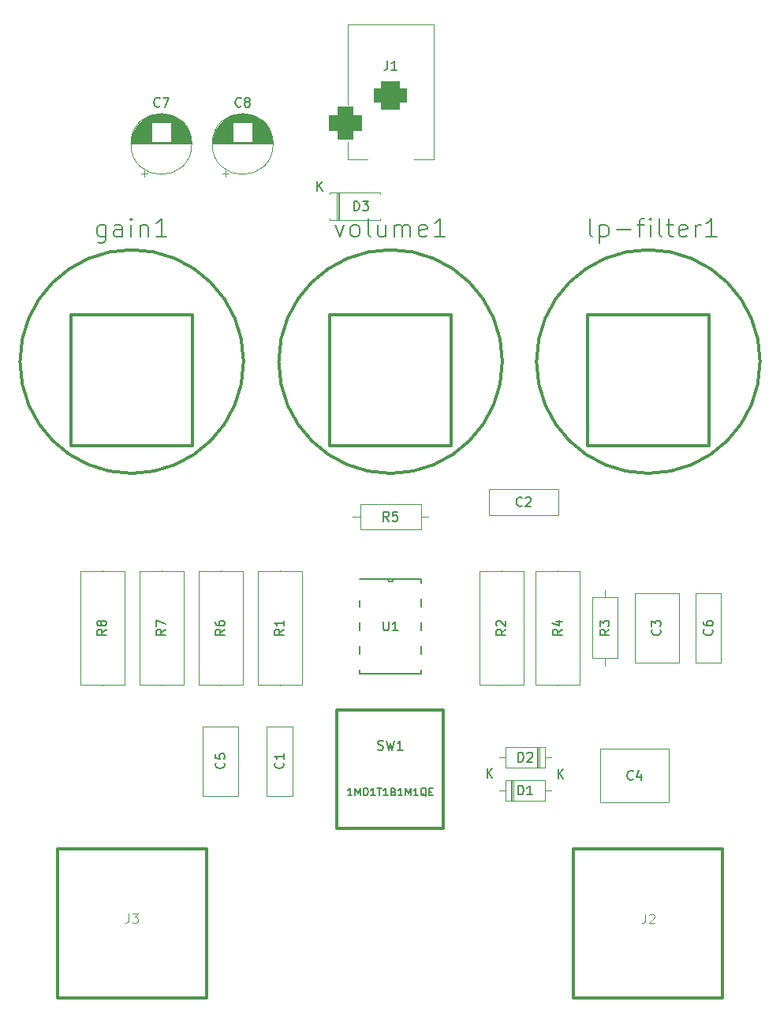
<source format=gto>
G04 #@! TF.GenerationSoftware,KiCad,Pcbnew,8.0.6*
G04 #@! TF.CreationDate,2024-11-08T07:03:01-05:00*
G04 #@! TF.ProjectId,distpedal,64697374-7065-4646-916c-2e6b69636164,rev?*
G04 #@! TF.SameCoordinates,Original*
G04 #@! TF.FileFunction,Legend,Top*
G04 #@! TF.FilePolarity,Positive*
%FSLAX46Y46*%
G04 Gerber Fmt 4.6, Leading zero omitted, Abs format (unit mm)*
G04 Created by KiCad (PCBNEW 8.0.6) date 2024-11-08 07:03:01*
%MOMM*%
%LPD*%
G01*
G04 APERTURE LIST*
G04 Aperture macros list*
%AMRoundRect*
0 Rectangle with rounded corners*
0 $1 Rounding radius*
0 $2 $3 $4 $5 $6 $7 $8 $9 X,Y pos of 4 corners*
0 Add a 4 corners polygon primitive as box body*
4,1,4,$2,$3,$4,$5,$6,$7,$8,$9,$2,$3,0*
0 Add four circle primitives for the rounded corners*
1,1,$1+$1,$2,$3*
1,1,$1+$1,$4,$5*
1,1,$1+$1,$6,$7*
1,1,$1+$1,$8,$9*
0 Add four rect primitives between the rounded corners*
20,1,$1+$1,$2,$3,$4,$5,0*
20,1,$1+$1,$4,$5,$6,$7,0*
20,1,$1+$1,$6,$7,$8,$9,0*
20,1,$1+$1,$8,$9,$2,$3,0*%
%AMHorizOval*
0 Thick line with rounded ends*
0 $1 width*
0 $2 $3 position (X,Y) of the first rounded end (center of the circle)*
0 $4 $5 position (X,Y) of the second rounded end (center of the circle)*
0 Add line between two ends*
20,1,$1,$2,$3,$4,$5,0*
0 Add two circle primitives to create the rounded ends*
1,1,$1,$2,$3*
1,1,$1,$4,$5*%
G04 Aperture macros list end*
%ADD10C,0.200000*%
%ADD11C,0.150000*%
%ADD12C,0.100000*%
%ADD13C,0.300000*%
%ADD14C,0.120000*%
%ADD15C,0.152400*%
%ADD16R,2.500000X1.900000*%
%ADD17C,1.700000*%
%ADD18C,1.600000*%
%ADD19O,2.400000X2.400000*%
%ADD20C,2.400000*%
%ADD21O,1.600000X1.600000*%
%ADD22O,3.600000X2.200000*%
%ADD23R,3.600000X2.200000*%
%ADD24O,2.000000X3.500000*%
%ADD25O,3.500000X2.000000*%
%ADD26HorizOval,2.000000X0.530330X0.530330X-0.530330X-0.530330X0*%
%ADD27C,1.371600*%
%ADD28R,1.371600X1.371600*%
%ADD29O,2.200000X2.200000*%
%ADD30R,2.200000X2.200000*%
%ADD31R,1.600000X1.600000*%
%ADD32RoundRect,0.875000X-0.875000X0.875000X-0.875000X-0.875000X0.875000X-0.875000X0.875000X0.875000X0*%
%ADD33RoundRect,0.750000X-1.000000X0.750000X-1.000000X-0.750000X1.000000X-0.750000X1.000000X0.750000X0*%
%ADD34R,4.000000X4.000000*%
G04 APERTURE END LIST*
D10*
X73390476Y-64669004D02*
X73390476Y-66288052D01*
X73390476Y-66288052D02*
X73295238Y-66478528D01*
X73295238Y-66478528D02*
X73200000Y-66573766D01*
X73200000Y-66573766D02*
X73009523Y-66669004D01*
X73009523Y-66669004D02*
X72723809Y-66669004D01*
X72723809Y-66669004D02*
X72533333Y-66573766D01*
X73390476Y-65907100D02*
X73200000Y-66002338D01*
X73200000Y-66002338D02*
X72819047Y-66002338D01*
X72819047Y-66002338D02*
X72628571Y-65907100D01*
X72628571Y-65907100D02*
X72533333Y-65811861D01*
X72533333Y-65811861D02*
X72438095Y-65621385D01*
X72438095Y-65621385D02*
X72438095Y-65049957D01*
X72438095Y-65049957D02*
X72533333Y-64859480D01*
X72533333Y-64859480D02*
X72628571Y-64764242D01*
X72628571Y-64764242D02*
X72819047Y-64669004D01*
X72819047Y-64669004D02*
X73200000Y-64669004D01*
X73200000Y-64669004D02*
X73390476Y-64764242D01*
X75200000Y-66002338D02*
X75200000Y-64954719D01*
X75200000Y-64954719D02*
X75104762Y-64764242D01*
X75104762Y-64764242D02*
X74914286Y-64669004D01*
X74914286Y-64669004D02*
X74533333Y-64669004D01*
X74533333Y-64669004D02*
X74342857Y-64764242D01*
X75200000Y-65907100D02*
X75009524Y-66002338D01*
X75009524Y-66002338D02*
X74533333Y-66002338D01*
X74533333Y-66002338D02*
X74342857Y-65907100D01*
X74342857Y-65907100D02*
X74247619Y-65716623D01*
X74247619Y-65716623D02*
X74247619Y-65526147D01*
X74247619Y-65526147D02*
X74342857Y-65335671D01*
X74342857Y-65335671D02*
X74533333Y-65240433D01*
X74533333Y-65240433D02*
X75009524Y-65240433D01*
X75009524Y-65240433D02*
X75200000Y-65145195D01*
X76152381Y-66002338D02*
X76152381Y-64669004D01*
X76152381Y-64002338D02*
X76057143Y-64097576D01*
X76057143Y-64097576D02*
X76152381Y-64192814D01*
X76152381Y-64192814D02*
X76247619Y-64097576D01*
X76247619Y-64097576D02*
X76152381Y-64002338D01*
X76152381Y-64002338D02*
X76152381Y-64192814D01*
X77104762Y-64669004D02*
X77104762Y-66002338D01*
X77104762Y-64859480D02*
X77200000Y-64764242D01*
X77200000Y-64764242D02*
X77390476Y-64669004D01*
X77390476Y-64669004D02*
X77676191Y-64669004D01*
X77676191Y-64669004D02*
X77866667Y-64764242D01*
X77866667Y-64764242D02*
X77961905Y-64954719D01*
X77961905Y-64954719D02*
X77961905Y-66002338D01*
X79961905Y-66002338D02*
X78819048Y-66002338D01*
X79390476Y-66002338D02*
X79390476Y-64002338D01*
X79390476Y-64002338D02*
X79200000Y-64288052D01*
X79200000Y-64288052D02*
X79009524Y-64478528D01*
X79009524Y-64478528D02*
X78819048Y-64573766D01*
D11*
X86084580Y-122404166D02*
X86132200Y-122451785D01*
X86132200Y-122451785D02*
X86179819Y-122594642D01*
X86179819Y-122594642D02*
X86179819Y-122689880D01*
X86179819Y-122689880D02*
X86132200Y-122832737D01*
X86132200Y-122832737D02*
X86036961Y-122927975D01*
X86036961Y-122927975D02*
X85941723Y-122975594D01*
X85941723Y-122975594D02*
X85751247Y-123023213D01*
X85751247Y-123023213D02*
X85608390Y-123023213D01*
X85608390Y-123023213D02*
X85417914Y-122975594D01*
X85417914Y-122975594D02*
X85322676Y-122927975D01*
X85322676Y-122927975D02*
X85227438Y-122832737D01*
X85227438Y-122832737D02*
X85179819Y-122689880D01*
X85179819Y-122689880D02*
X85179819Y-122594642D01*
X85179819Y-122594642D02*
X85227438Y-122451785D01*
X85227438Y-122451785D02*
X85275057Y-122404166D01*
X85179819Y-121499404D02*
X85179819Y-121975594D01*
X85179819Y-121975594D02*
X85656009Y-122023213D01*
X85656009Y-122023213D02*
X85608390Y-121975594D01*
X85608390Y-121975594D02*
X85560771Y-121880356D01*
X85560771Y-121880356D02*
X85560771Y-121642261D01*
X85560771Y-121642261D02*
X85608390Y-121547023D01*
X85608390Y-121547023D02*
X85656009Y-121499404D01*
X85656009Y-121499404D02*
X85751247Y-121451785D01*
X85751247Y-121451785D02*
X85989342Y-121451785D01*
X85989342Y-121451785D02*
X86084580Y-121499404D01*
X86084580Y-121499404D02*
X86132200Y-121547023D01*
X86132200Y-121547023D02*
X86179819Y-121642261D01*
X86179819Y-121642261D02*
X86179819Y-121880356D01*
X86179819Y-121880356D02*
X86132200Y-121975594D01*
X86132200Y-121975594D02*
X86084580Y-122023213D01*
X92529819Y-108116666D02*
X92053628Y-108449999D01*
X92529819Y-108688094D02*
X91529819Y-108688094D01*
X91529819Y-108688094D02*
X91529819Y-108307142D01*
X91529819Y-108307142D02*
X91577438Y-108211904D01*
X91577438Y-108211904D02*
X91625057Y-108164285D01*
X91625057Y-108164285D02*
X91720295Y-108116666D01*
X91720295Y-108116666D02*
X91863152Y-108116666D01*
X91863152Y-108116666D02*
X91958390Y-108164285D01*
X91958390Y-108164285D02*
X92006009Y-108211904D01*
X92006009Y-108211904D02*
X92053628Y-108307142D01*
X92053628Y-108307142D02*
X92053628Y-108688094D01*
X92529819Y-107164285D02*
X92529819Y-107735713D01*
X92529819Y-107449999D02*
X91529819Y-107449999D01*
X91529819Y-107449999D02*
X91672676Y-107545237D01*
X91672676Y-107545237D02*
X91767914Y-107640475D01*
X91767914Y-107640475D02*
X91815533Y-107735713D01*
X127454819Y-108116666D02*
X126978628Y-108449999D01*
X127454819Y-108688094D02*
X126454819Y-108688094D01*
X126454819Y-108688094D02*
X126454819Y-108307142D01*
X126454819Y-108307142D02*
X126502438Y-108211904D01*
X126502438Y-108211904D02*
X126550057Y-108164285D01*
X126550057Y-108164285D02*
X126645295Y-108116666D01*
X126645295Y-108116666D02*
X126788152Y-108116666D01*
X126788152Y-108116666D02*
X126883390Y-108164285D01*
X126883390Y-108164285D02*
X126931009Y-108211904D01*
X126931009Y-108211904D02*
X126978628Y-108307142D01*
X126978628Y-108307142D02*
X126978628Y-108688094D01*
X126454819Y-107783332D02*
X126454819Y-107164285D01*
X126454819Y-107164285D02*
X126835771Y-107497618D01*
X126835771Y-107497618D02*
X126835771Y-107354761D01*
X126835771Y-107354761D02*
X126883390Y-107259523D01*
X126883390Y-107259523D02*
X126931009Y-107211904D01*
X126931009Y-107211904D02*
X127026247Y-107164285D01*
X127026247Y-107164285D02*
X127264342Y-107164285D01*
X127264342Y-107164285D02*
X127359580Y-107211904D01*
X127359580Y-107211904D02*
X127407200Y-107259523D01*
X127407200Y-107259523D02*
X127454819Y-107354761D01*
X127454819Y-107354761D02*
X127454819Y-107640475D01*
X127454819Y-107640475D02*
X127407200Y-107735713D01*
X127407200Y-107735713D02*
X127359580Y-107783332D01*
X102614167Y-121000950D02*
X102757024Y-121048569D01*
X102757024Y-121048569D02*
X102995119Y-121048569D01*
X102995119Y-121048569D02*
X103090357Y-121000950D01*
X103090357Y-121000950D02*
X103137976Y-120953330D01*
X103137976Y-120953330D02*
X103185595Y-120858092D01*
X103185595Y-120858092D02*
X103185595Y-120762854D01*
X103185595Y-120762854D02*
X103137976Y-120667616D01*
X103137976Y-120667616D02*
X103090357Y-120619997D01*
X103090357Y-120619997D02*
X102995119Y-120572378D01*
X102995119Y-120572378D02*
X102804643Y-120524759D01*
X102804643Y-120524759D02*
X102709405Y-120477140D01*
X102709405Y-120477140D02*
X102661786Y-120429521D01*
X102661786Y-120429521D02*
X102614167Y-120334283D01*
X102614167Y-120334283D02*
X102614167Y-120239045D01*
X102614167Y-120239045D02*
X102661786Y-120143807D01*
X102661786Y-120143807D02*
X102709405Y-120096188D01*
X102709405Y-120096188D02*
X102804643Y-120048569D01*
X102804643Y-120048569D02*
X103042738Y-120048569D01*
X103042738Y-120048569D02*
X103185595Y-120096188D01*
X103518929Y-120048569D02*
X103757024Y-121048569D01*
X103757024Y-121048569D02*
X103947500Y-120334283D01*
X103947500Y-120334283D02*
X104137976Y-121048569D01*
X104137976Y-121048569D02*
X104376072Y-120048569D01*
X105280833Y-121048569D02*
X104709405Y-121048569D01*
X104995119Y-121048569D02*
X104995119Y-120048569D01*
X104995119Y-120048569D02*
X104899881Y-120191426D01*
X104899881Y-120191426D02*
X104804643Y-120286664D01*
X104804643Y-120286664D02*
X104709405Y-120334283D01*
X99852260Y-125956045D02*
X99395117Y-125956045D01*
X99623689Y-125956045D02*
X99623689Y-125156045D01*
X99623689Y-125156045D02*
X99547498Y-125270330D01*
X99547498Y-125270330D02*
X99471308Y-125346521D01*
X99471308Y-125346521D02*
X99395117Y-125384616D01*
X100195118Y-125956045D02*
X100195118Y-125156045D01*
X100195118Y-125156045D02*
X100461784Y-125727473D01*
X100461784Y-125727473D02*
X100728451Y-125156045D01*
X100728451Y-125156045D02*
X100728451Y-125956045D01*
X101109404Y-125956045D02*
X101109404Y-125156045D01*
X101109404Y-125156045D02*
X101299880Y-125156045D01*
X101299880Y-125156045D02*
X101414166Y-125194140D01*
X101414166Y-125194140D02*
X101490356Y-125270330D01*
X101490356Y-125270330D02*
X101528451Y-125346521D01*
X101528451Y-125346521D02*
X101566547Y-125498902D01*
X101566547Y-125498902D02*
X101566547Y-125613188D01*
X101566547Y-125613188D02*
X101528451Y-125765569D01*
X101528451Y-125765569D02*
X101490356Y-125841759D01*
X101490356Y-125841759D02*
X101414166Y-125917950D01*
X101414166Y-125917950D02*
X101299880Y-125956045D01*
X101299880Y-125956045D02*
X101109404Y-125956045D01*
X102328451Y-125956045D02*
X101871308Y-125956045D01*
X102099880Y-125956045D02*
X102099880Y-125156045D01*
X102099880Y-125156045D02*
X102023689Y-125270330D01*
X102023689Y-125270330D02*
X101947499Y-125346521D01*
X101947499Y-125346521D02*
X101871308Y-125384616D01*
X102557023Y-125156045D02*
X103014166Y-125156045D01*
X102785594Y-125956045D02*
X102785594Y-125156045D01*
X103699880Y-125956045D02*
X103242737Y-125956045D01*
X103471309Y-125956045D02*
X103471309Y-125156045D01*
X103471309Y-125156045D02*
X103395118Y-125270330D01*
X103395118Y-125270330D02*
X103318928Y-125346521D01*
X103318928Y-125346521D02*
X103242737Y-125384616D01*
X104309404Y-125536997D02*
X104423690Y-125575092D01*
X104423690Y-125575092D02*
X104461785Y-125613188D01*
X104461785Y-125613188D02*
X104499881Y-125689378D01*
X104499881Y-125689378D02*
X104499881Y-125803664D01*
X104499881Y-125803664D02*
X104461785Y-125879854D01*
X104461785Y-125879854D02*
X104423690Y-125917950D01*
X104423690Y-125917950D02*
X104347500Y-125956045D01*
X104347500Y-125956045D02*
X104042738Y-125956045D01*
X104042738Y-125956045D02*
X104042738Y-125156045D01*
X104042738Y-125156045D02*
X104309404Y-125156045D01*
X104309404Y-125156045D02*
X104385595Y-125194140D01*
X104385595Y-125194140D02*
X104423690Y-125232235D01*
X104423690Y-125232235D02*
X104461785Y-125308426D01*
X104461785Y-125308426D02*
X104461785Y-125384616D01*
X104461785Y-125384616D02*
X104423690Y-125460807D01*
X104423690Y-125460807D02*
X104385595Y-125498902D01*
X104385595Y-125498902D02*
X104309404Y-125536997D01*
X104309404Y-125536997D02*
X104042738Y-125536997D01*
X105261785Y-125956045D02*
X104804642Y-125956045D01*
X105033214Y-125956045D02*
X105033214Y-125156045D01*
X105033214Y-125156045D02*
X104957023Y-125270330D01*
X104957023Y-125270330D02*
X104880833Y-125346521D01*
X104880833Y-125346521D02*
X104804642Y-125384616D01*
X105604643Y-125956045D02*
X105604643Y-125156045D01*
X105604643Y-125156045D02*
X105871309Y-125727473D01*
X105871309Y-125727473D02*
X106137976Y-125156045D01*
X106137976Y-125156045D02*
X106137976Y-125956045D01*
X106937976Y-125956045D02*
X106480833Y-125956045D01*
X106709405Y-125956045D02*
X106709405Y-125156045D01*
X106709405Y-125156045D02*
X106633214Y-125270330D01*
X106633214Y-125270330D02*
X106557024Y-125346521D01*
X106557024Y-125346521D02*
X106480833Y-125384616D01*
X107814167Y-126032235D02*
X107737977Y-125994140D01*
X107737977Y-125994140D02*
X107661786Y-125917950D01*
X107661786Y-125917950D02*
X107547500Y-125803664D01*
X107547500Y-125803664D02*
X107471310Y-125765569D01*
X107471310Y-125765569D02*
X107395119Y-125765569D01*
X107433215Y-125956045D02*
X107357024Y-125917950D01*
X107357024Y-125917950D02*
X107280834Y-125841759D01*
X107280834Y-125841759D02*
X107242738Y-125689378D01*
X107242738Y-125689378D02*
X107242738Y-125422711D01*
X107242738Y-125422711D02*
X107280834Y-125270330D01*
X107280834Y-125270330D02*
X107357024Y-125194140D01*
X107357024Y-125194140D02*
X107433215Y-125156045D01*
X107433215Y-125156045D02*
X107585596Y-125156045D01*
X107585596Y-125156045D02*
X107661786Y-125194140D01*
X107661786Y-125194140D02*
X107737977Y-125270330D01*
X107737977Y-125270330D02*
X107776072Y-125422711D01*
X107776072Y-125422711D02*
X107776072Y-125689378D01*
X107776072Y-125689378D02*
X107737977Y-125841759D01*
X107737977Y-125841759D02*
X107661786Y-125917950D01*
X107661786Y-125917950D02*
X107585596Y-125956045D01*
X107585596Y-125956045D02*
X107433215Y-125956045D01*
X108118929Y-125536997D02*
X108385595Y-125536997D01*
X108499881Y-125956045D02*
X108118929Y-125956045D01*
X108118929Y-125956045D02*
X108118929Y-125156045D01*
X108118929Y-125156045D02*
X108499881Y-125156045D01*
D12*
X75866666Y-138607419D02*
X75866666Y-139321704D01*
X75866666Y-139321704D02*
X75819047Y-139464561D01*
X75819047Y-139464561D02*
X75723809Y-139559800D01*
X75723809Y-139559800D02*
X75580952Y-139607419D01*
X75580952Y-139607419D02*
X75485714Y-139607419D01*
X76247619Y-138607419D02*
X76866666Y-138607419D01*
X76866666Y-138607419D02*
X76533333Y-138988371D01*
X76533333Y-138988371D02*
X76676190Y-138988371D01*
X76676190Y-138988371D02*
X76771428Y-139035990D01*
X76771428Y-139035990D02*
X76819047Y-139083609D01*
X76819047Y-139083609D02*
X76866666Y-139178847D01*
X76866666Y-139178847D02*
X76866666Y-139416942D01*
X76866666Y-139416942D02*
X76819047Y-139512180D01*
X76819047Y-139512180D02*
X76771428Y-139559800D01*
X76771428Y-139559800D02*
X76676190Y-139607419D01*
X76676190Y-139607419D02*
X76390476Y-139607419D01*
X76390476Y-139607419D02*
X76295238Y-139559800D01*
X76295238Y-139559800D02*
X76247619Y-139512180D01*
D11*
X116342319Y-108116666D02*
X115866128Y-108449999D01*
X116342319Y-108688094D02*
X115342319Y-108688094D01*
X115342319Y-108688094D02*
X115342319Y-108307142D01*
X115342319Y-108307142D02*
X115389938Y-108211904D01*
X115389938Y-108211904D02*
X115437557Y-108164285D01*
X115437557Y-108164285D02*
X115532795Y-108116666D01*
X115532795Y-108116666D02*
X115675652Y-108116666D01*
X115675652Y-108116666D02*
X115770890Y-108164285D01*
X115770890Y-108164285D02*
X115818509Y-108211904D01*
X115818509Y-108211904D02*
X115866128Y-108307142D01*
X115866128Y-108307142D02*
X115866128Y-108688094D01*
X115437557Y-107735713D02*
X115389938Y-107688094D01*
X115389938Y-107688094D02*
X115342319Y-107592856D01*
X115342319Y-107592856D02*
X115342319Y-107354761D01*
X115342319Y-107354761D02*
X115389938Y-107259523D01*
X115389938Y-107259523D02*
X115437557Y-107211904D01*
X115437557Y-107211904D02*
X115532795Y-107164285D01*
X115532795Y-107164285D02*
X115628033Y-107164285D01*
X115628033Y-107164285D02*
X115770890Y-107211904D01*
X115770890Y-107211904D02*
X116342319Y-107783332D01*
X116342319Y-107783332D02*
X116342319Y-107164285D01*
X130008333Y-124184580D02*
X129960714Y-124232200D01*
X129960714Y-124232200D02*
X129817857Y-124279819D01*
X129817857Y-124279819D02*
X129722619Y-124279819D01*
X129722619Y-124279819D02*
X129579762Y-124232200D01*
X129579762Y-124232200D02*
X129484524Y-124136961D01*
X129484524Y-124136961D02*
X129436905Y-124041723D01*
X129436905Y-124041723D02*
X129389286Y-123851247D01*
X129389286Y-123851247D02*
X129389286Y-123708390D01*
X129389286Y-123708390D02*
X129436905Y-123517914D01*
X129436905Y-123517914D02*
X129484524Y-123422676D01*
X129484524Y-123422676D02*
X129579762Y-123327438D01*
X129579762Y-123327438D02*
X129722619Y-123279819D01*
X129722619Y-123279819D02*
X129817857Y-123279819D01*
X129817857Y-123279819D02*
X129960714Y-123327438D01*
X129960714Y-123327438D02*
X130008333Y-123375057D01*
X130865476Y-123613152D02*
X130865476Y-124279819D01*
X130627381Y-123232200D02*
X130389286Y-123946485D01*
X130389286Y-123946485D02*
X131008333Y-123946485D01*
D10*
X125673809Y-66002338D02*
X125483333Y-65907100D01*
X125483333Y-65907100D02*
X125388095Y-65716623D01*
X125388095Y-65716623D02*
X125388095Y-64002338D01*
X126435714Y-64669004D02*
X126435714Y-66669004D01*
X126435714Y-64764242D02*
X126626190Y-64669004D01*
X126626190Y-64669004D02*
X127007143Y-64669004D01*
X127007143Y-64669004D02*
X127197619Y-64764242D01*
X127197619Y-64764242D02*
X127292857Y-64859480D01*
X127292857Y-64859480D02*
X127388095Y-65049957D01*
X127388095Y-65049957D02*
X127388095Y-65621385D01*
X127388095Y-65621385D02*
X127292857Y-65811861D01*
X127292857Y-65811861D02*
X127197619Y-65907100D01*
X127197619Y-65907100D02*
X127007143Y-66002338D01*
X127007143Y-66002338D02*
X126626190Y-66002338D01*
X126626190Y-66002338D02*
X126435714Y-65907100D01*
X128245238Y-65240433D02*
X129769048Y-65240433D01*
X130435714Y-64669004D02*
X131197618Y-64669004D01*
X130721428Y-66002338D02*
X130721428Y-64288052D01*
X130721428Y-64288052D02*
X130816666Y-64097576D01*
X130816666Y-64097576D02*
X131007142Y-64002338D01*
X131007142Y-64002338D02*
X131197618Y-64002338D01*
X131864285Y-66002338D02*
X131864285Y-64669004D01*
X131864285Y-64002338D02*
X131769047Y-64097576D01*
X131769047Y-64097576D02*
X131864285Y-64192814D01*
X131864285Y-64192814D02*
X131959523Y-64097576D01*
X131959523Y-64097576D02*
X131864285Y-64002338D01*
X131864285Y-64002338D02*
X131864285Y-64192814D01*
X133102380Y-66002338D02*
X132911904Y-65907100D01*
X132911904Y-65907100D02*
X132816666Y-65716623D01*
X132816666Y-65716623D02*
X132816666Y-64002338D01*
X133578571Y-64669004D02*
X134340475Y-64669004D01*
X133864285Y-64002338D02*
X133864285Y-65716623D01*
X133864285Y-65716623D02*
X133959523Y-65907100D01*
X133959523Y-65907100D02*
X134149999Y-66002338D01*
X134149999Y-66002338D02*
X134340475Y-66002338D01*
X135769047Y-65907100D02*
X135578571Y-66002338D01*
X135578571Y-66002338D02*
X135197618Y-66002338D01*
X135197618Y-66002338D02*
X135007142Y-65907100D01*
X135007142Y-65907100D02*
X134911904Y-65716623D01*
X134911904Y-65716623D02*
X134911904Y-64954719D01*
X134911904Y-64954719D02*
X135007142Y-64764242D01*
X135007142Y-64764242D02*
X135197618Y-64669004D01*
X135197618Y-64669004D02*
X135578571Y-64669004D01*
X135578571Y-64669004D02*
X135769047Y-64764242D01*
X135769047Y-64764242D02*
X135864285Y-64954719D01*
X135864285Y-64954719D02*
X135864285Y-65145195D01*
X135864285Y-65145195D02*
X134911904Y-65335671D01*
X136721428Y-66002338D02*
X136721428Y-64669004D01*
X136721428Y-65049957D02*
X136816666Y-64859480D01*
X136816666Y-64859480D02*
X136911904Y-64764242D01*
X136911904Y-64764242D02*
X137102380Y-64669004D01*
X137102380Y-64669004D02*
X137292857Y-64669004D01*
X139007142Y-66002338D02*
X137864285Y-66002338D01*
X138435713Y-66002338D02*
X138435713Y-64002338D01*
X138435713Y-64002338D02*
X138245237Y-64288052D01*
X138245237Y-64288052D02*
X138054761Y-64478528D01*
X138054761Y-64478528D02*
X137864285Y-64573766D01*
D11*
X86179819Y-108116666D02*
X85703628Y-108449999D01*
X86179819Y-108688094D02*
X85179819Y-108688094D01*
X85179819Y-108688094D02*
X85179819Y-108307142D01*
X85179819Y-108307142D02*
X85227438Y-108211904D01*
X85227438Y-108211904D02*
X85275057Y-108164285D01*
X85275057Y-108164285D02*
X85370295Y-108116666D01*
X85370295Y-108116666D02*
X85513152Y-108116666D01*
X85513152Y-108116666D02*
X85608390Y-108164285D01*
X85608390Y-108164285D02*
X85656009Y-108211904D01*
X85656009Y-108211904D02*
X85703628Y-108307142D01*
X85703628Y-108307142D02*
X85703628Y-108688094D01*
X85179819Y-107259523D02*
X85179819Y-107449999D01*
X85179819Y-107449999D02*
X85227438Y-107545237D01*
X85227438Y-107545237D02*
X85275057Y-107592856D01*
X85275057Y-107592856D02*
X85417914Y-107688094D01*
X85417914Y-107688094D02*
X85608390Y-107735713D01*
X85608390Y-107735713D02*
X85989342Y-107735713D01*
X85989342Y-107735713D02*
X86084580Y-107688094D01*
X86084580Y-107688094D02*
X86132200Y-107640475D01*
X86132200Y-107640475D02*
X86179819Y-107545237D01*
X86179819Y-107545237D02*
X86179819Y-107354761D01*
X86179819Y-107354761D02*
X86132200Y-107259523D01*
X86132200Y-107259523D02*
X86084580Y-107211904D01*
X86084580Y-107211904D02*
X85989342Y-107164285D01*
X85989342Y-107164285D02*
X85751247Y-107164285D01*
X85751247Y-107164285D02*
X85656009Y-107211904D01*
X85656009Y-107211904D02*
X85608390Y-107259523D01*
X85608390Y-107259523D02*
X85560771Y-107354761D01*
X85560771Y-107354761D02*
X85560771Y-107545237D01*
X85560771Y-107545237D02*
X85608390Y-107640475D01*
X85608390Y-107640475D02*
X85656009Y-107688094D01*
X85656009Y-107688094D02*
X85751247Y-107735713D01*
X103814583Y-96498569D02*
X103481250Y-96022378D01*
X103243155Y-96498569D02*
X103243155Y-95498569D01*
X103243155Y-95498569D02*
X103624107Y-95498569D01*
X103624107Y-95498569D02*
X103719345Y-95546188D01*
X103719345Y-95546188D02*
X103766964Y-95593807D01*
X103766964Y-95593807D02*
X103814583Y-95689045D01*
X103814583Y-95689045D02*
X103814583Y-95831902D01*
X103814583Y-95831902D02*
X103766964Y-95927140D01*
X103766964Y-95927140D02*
X103719345Y-95974759D01*
X103719345Y-95974759D02*
X103624107Y-96022378D01*
X103624107Y-96022378D02*
X103243155Y-96022378D01*
X104719345Y-95498569D02*
X104243155Y-95498569D01*
X104243155Y-95498569D02*
X104195536Y-95974759D01*
X104195536Y-95974759D02*
X104243155Y-95927140D01*
X104243155Y-95927140D02*
X104338393Y-95879521D01*
X104338393Y-95879521D02*
X104576488Y-95879521D01*
X104576488Y-95879521D02*
X104671726Y-95927140D01*
X104671726Y-95927140D02*
X104719345Y-95974759D01*
X104719345Y-95974759D02*
X104766964Y-96069997D01*
X104766964Y-96069997D02*
X104766964Y-96308092D01*
X104766964Y-96308092D02*
X104719345Y-96403330D01*
X104719345Y-96403330D02*
X104671726Y-96450950D01*
X104671726Y-96450950D02*
X104576488Y-96498569D01*
X104576488Y-96498569D02*
X104338393Y-96498569D01*
X104338393Y-96498569D02*
X104243155Y-96450950D01*
X104243155Y-96450950D02*
X104195536Y-96403330D01*
X118102083Y-94815830D02*
X118054464Y-94863450D01*
X118054464Y-94863450D02*
X117911607Y-94911069D01*
X117911607Y-94911069D02*
X117816369Y-94911069D01*
X117816369Y-94911069D02*
X117673512Y-94863450D01*
X117673512Y-94863450D02*
X117578274Y-94768211D01*
X117578274Y-94768211D02*
X117530655Y-94672973D01*
X117530655Y-94672973D02*
X117483036Y-94482497D01*
X117483036Y-94482497D02*
X117483036Y-94339640D01*
X117483036Y-94339640D02*
X117530655Y-94149164D01*
X117530655Y-94149164D02*
X117578274Y-94053926D01*
X117578274Y-94053926D02*
X117673512Y-93958688D01*
X117673512Y-93958688D02*
X117816369Y-93911069D01*
X117816369Y-93911069D02*
X117911607Y-93911069D01*
X117911607Y-93911069D02*
X118054464Y-93958688D01*
X118054464Y-93958688D02*
X118102083Y-94006307D01*
X118483036Y-94006307D02*
X118530655Y-93958688D01*
X118530655Y-93958688D02*
X118625893Y-93911069D01*
X118625893Y-93911069D02*
X118863988Y-93911069D01*
X118863988Y-93911069D02*
X118959226Y-93958688D01*
X118959226Y-93958688D02*
X119006845Y-94006307D01*
X119006845Y-94006307D02*
X119054464Y-94101545D01*
X119054464Y-94101545D02*
X119054464Y-94196783D01*
X119054464Y-94196783D02*
X119006845Y-94339640D01*
X119006845Y-94339640D02*
X118435417Y-94911069D01*
X118435417Y-94911069D02*
X119054464Y-94911069D01*
X103219345Y-107246069D02*
X103219345Y-108055592D01*
X103219345Y-108055592D02*
X103266964Y-108150830D01*
X103266964Y-108150830D02*
X103314583Y-108198450D01*
X103314583Y-108198450D02*
X103409821Y-108246069D01*
X103409821Y-108246069D02*
X103600297Y-108246069D01*
X103600297Y-108246069D02*
X103695535Y-108198450D01*
X103695535Y-108198450D02*
X103743154Y-108150830D01*
X103743154Y-108150830D02*
X103790773Y-108055592D01*
X103790773Y-108055592D02*
X103790773Y-107246069D01*
X104790773Y-108246069D02*
X104219345Y-108246069D01*
X104505059Y-108246069D02*
X104505059Y-107246069D01*
X104505059Y-107246069D02*
X104409821Y-107388926D01*
X104409821Y-107388926D02*
X104314583Y-107484164D01*
X104314583Y-107484164D02*
X104219345Y-107531783D01*
D12*
X131316666Y-138657419D02*
X131316666Y-139371704D01*
X131316666Y-139371704D02*
X131269047Y-139514561D01*
X131269047Y-139514561D02*
X131173809Y-139609800D01*
X131173809Y-139609800D02*
X131030952Y-139657419D01*
X131030952Y-139657419D02*
X130935714Y-139657419D01*
X131745238Y-138752657D02*
X131792857Y-138705038D01*
X131792857Y-138705038D02*
X131888095Y-138657419D01*
X131888095Y-138657419D02*
X132126190Y-138657419D01*
X132126190Y-138657419D02*
X132221428Y-138705038D01*
X132221428Y-138705038D02*
X132269047Y-138752657D01*
X132269047Y-138752657D02*
X132316666Y-138847895D01*
X132316666Y-138847895D02*
X132316666Y-138943133D01*
X132316666Y-138943133D02*
X132269047Y-139085990D01*
X132269047Y-139085990D02*
X131697619Y-139657419D01*
X131697619Y-139657419D02*
X132316666Y-139657419D01*
D11*
X92434580Y-122404166D02*
X92482200Y-122451785D01*
X92482200Y-122451785D02*
X92529819Y-122594642D01*
X92529819Y-122594642D02*
X92529819Y-122689880D01*
X92529819Y-122689880D02*
X92482200Y-122832737D01*
X92482200Y-122832737D02*
X92386961Y-122927975D01*
X92386961Y-122927975D02*
X92291723Y-122975594D01*
X92291723Y-122975594D02*
X92101247Y-123023213D01*
X92101247Y-123023213D02*
X91958390Y-123023213D01*
X91958390Y-123023213D02*
X91767914Y-122975594D01*
X91767914Y-122975594D02*
X91672676Y-122927975D01*
X91672676Y-122927975D02*
X91577438Y-122832737D01*
X91577438Y-122832737D02*
X91529819Y-122689880D01*
X91529819Y-122689880D02*
X91529819Y-122594642D01*
X91529819Y-122594642D02*
X91577438Y-122451785D01*
X91577438Y-122451785D02*
X91625057Y-122404166D01*
X92529819Y-121451785D02*
X92529819Y-122023213D01*
X92529819Y-121737499D02*
X91529819Y-121737499D01*
X91529819Y-121737499D02*
X91672676Y-121832737D01*
X91672676Y-121832737D02*
X91767914Y-121927975D01*
X91767914Y-121927975D02*
X91815533Y-122023213D01*
X100068155Y-63161069D02*
X100068155Y-62161069D01*
X100068155Y-62161069D02*
X100306250Y-62161069D01*
X100306250Y-62161069D02*
X100449107Y-62208688D01*
X100449107Y-62208688D02*
X100544345Y-62303926D01*
X100544345Y-62303926D02*
X100591964Y-62399164D01*
X100591964Y-62399164D02*
X100639583Y-62589640D01*
X100639583Y-62589640D02*
X100639583Y-62732497D01*
X100639583Y-62732497D02*
X100591964Y-62922973D01*
X100591964Y-62922973D02*
X100544345Y-63018211D01*
X100544345Y-63018211D02*
X100449107Y-63113450D01*
X100449107Y-63113450D02*
X100306250Y-63161069D01*
X100306250Y-63161069D02*
X100068155Y-63161069D01*
X100972917Y-62161069D02*
X101591964Y-62161069D01*
X101591964Y-62161069D02*
X101258631Y-62542021D01*
X101258631Y-62542021D02*
X101401488Y-62542021D01*
X101401488Y-62542021D02*
X101496726Y-62589640D01*
X101496726Y-62589640D02*
X101544345Y-62637259D01*
X101544345Y-62637259D02*
X101591964Y-62732497D01*
X101591964Y-62732497D02*
X101591964Y-62970592D01*
X101591964Y-62970592D02*
X101544345Y-63065830D01*
X101544345Y-63065830D02*
X101496726Y-63113450D01*
X101496726Y-63113450D02*
X101401488Y-63161069D01*
X101401488Y-63161069D02*
X101115774Y-63161069D01*
X101115774Y-63161069D02*
X101020536Y-63113450D01*
X101020536Y-63113450D02*
X100972917Y-63065830D01*
X96099345Y-61061069D02*
X96099345Y-60061069D01*
X96670773Y-61061069D02*
X96242202Y-60489640D01*
X96670773Y-60061069D02*
X96099345Y-60632497D01*
X132915830Y-108116666D02*
X132963450Y-108164285D01*
X132963450Y-108164285D02*
X133011069Y-108307142D01*
X133011069Y-108307142D02*
X133011069Y-108402380D01*
X133011069Y-108402380D02*
X132963450Y-108545237D01*
X132963450Y-108545237D02*
X132868211Y-108640475D01*
X132868211Y-108640475D02*
X132772973Y-108688094D01*
X132772973Y-108688094D02*
X132582497Y-108735713D01*
X132582497Y-108735713D02*
X132439640Y-108735713D01*
X132439640Y-108735713D02*
X132249164Y-108688094D01*
X132249164Y-108688094D02*
X132153926Y-108640475D01*
X132153926Y-108640475D02*
X132058688Y-108545237D01*
X132058688Y-108545237D02*
X132011069Y-108402380D01*
X132011069Y-108402380D02*
X132011069Y-108307142D01*
X132011069Y-108307142D02*
X132058688Y-108164285D01*
X132058688Y-108164285D02*
X132106307Y-108116666D01*
X132011069Y-107783332D02*
X132011069Y-107164285D01*
X132011069Y-107164285D02*
X132392021Y-107497618D01*
X132392021Y-107497618D02*
X132392021Y-107354761D01*
X132392021Y-107354761D02*
X132439640Y-107259523D01*
X132439640Y-107259523D02*
X132487259Y-107211904D01*
X132487259Y-107211904D02*
X132582497Y-107164285D01*
X132582497Y-107164285D02*
X132820592Y-107164285D01*
X132820592Y-107164285D02*
X132915830Y-107211904D01*
X132915830Y-107211904D02*
X132963450Y-107259523D01*
X132963450Y-107259523D02*
X133011069Y-107354761D01*
X133011069Y-107354761D02*
X133011069Y-107640475D01*
X133011069Y-107640475D02*
X132963450Y-107735713D01*
X132963450Y-107735713D02*
X132915830Y-107783332D01*
X87939583Y-51953330D02*
X87891964Y-52000950D01*
X87891964Y-52000950D02*
X87749107Y-52048569D01*
X87749107Y-52048569D02*
X87653869Y-52048569D01*
X87653869Y-52048569D02*
X87511012Y-52000950D01*
X87511012Y-52000950D02*
X87415774Y-51905711D01*
X87415774Y-51905711D02*
X87368155Y-51810473D01*
X87368155Y-51810473D02*
X87320536Y-51619997D01*
X87320536Y-51619997D02*
X87320536Y-51477140D01*
X87320536Y-51477140D02*
X87368155Y-51286664D01*
X87368155Y-51286664D02*
X87415774Y-51191426D01*
X87415774Y-51191426D02*
X87511012Y-51096188D01*
X87511012Y-51096188D02*
X87653869Y-51048569D01*
X87653869Y-51048569D02*
X87749107Y-51048569D01*
X87749107Y-51048569D02*
X87891964Y-51096188D01*
X87891964Y-51096188D02*
X87939583Y-51143807D01*
X88511012Y-51477140D02*
X88415774Y-51429521D01*
X88415774Y-51429521D02*
X88368155Y-51381902D01*
X88368155Y-51381902D02*
X88320536Y-51286664D01*
X88320536Y-51286664D02*
X88320536Y-51239045D01*
X88320536Y-51239045D02*
X88368155Y-51143807D01*
X88368155Y-51143807D02*
X88415774Y-51096188D01*
X88415774Y-51096188D02*
X88511012Y-51048569D01*
X88511012Y-51048569D02*
X88701488Y-51048569D01*
X88701488Y-51048569D02*
X88796726Y-51096188D01*
X88796726Y-51096188D02*
X88844345Y-51143807D01*
X88844345Y-51143807D02*
X88891964Y-51239045D01*
X88891964Y-51239045D02*
X88891964Y-51286664D01*
X88891964Y-51286664D02*
X88844345Y-51381902D01*
X88844345Y-51381902D02*
X88796726Y-51429521D01*
X88796726Y-51429521D02*
X88701488Y-51477140D01*
X88701488Y-51477140D02*
X88511012Y-51477140D01*
X88511012Y-51477140D02*
X88415774Y-51524759D01*
X88415774Y-51524759D02*
X88368155Y-51572378D01*
X88368155Y-51572378D02*
X88320536Y-51667616D01*
X88320536Y-51667616D02*
X88320536Y-51858092D01*
X88320536Y-51858092D02*
X88368155Y-51953330D01*
X88368155Y-51953330D02*
X88415774Y-52000950D01*
X88415774Y-52000950D02*
X88511012Y-52048569D01*
X88511012Y-52048569D02*
X88701488Y-52048569D01*
X88701488Y-52048569D02*
X88796726Y-52000950D01*
X88796726Y-52000950D02*
X88844345Y-51953330D01*
X88844345Y-51953330D02*
X88891964Y-51858092D01*
X88891964Y-51858092D02*
X88891964Y-51667616D01*
X88891964Y-51667616D02*
X88844345Y-51572378D01*
X88844345Y-51572378D02*
X88796726Y-51524759D01*
X88796726Y-51524759D02*
X88701488Y-51477140D01*
X117689405Y-122317319D02*
X117689405Y-121317319D01*
X117689405Y-121317319D02*
X117927500Y-121317319D01*
X117927500Y-121317319D02*
X118070357Y-121364938D01*
X118070357Y-121364938D02*
X118165595Y-121460176D01*
X118165595Y-121460176D02*
X118213214Y-121555414D01*
X118213214Y-121555414D02*
X118260833Y-121745890D01*
X118260833Y-121745890D02*
X118260833Y-121888747D01*
X118260833Y-121888747D02*
X118213214Y-122079223D01*
X118213214Y-122079223D02*
X118165595Y-122174461D01*
X118165595Y-122174461D02*
X118070357Y-122269700D01*
X118070357Y-122269700D02*
X117927500Y-122317319D01*
X117927500Y-122317319D02*
X117689405Y-122317319D01*
X118641786Y-121412557D02*
X118689405Y-121364938D01*
X118689405Y-121364938D02*
X118784643Y-121317319D01*
X118784643Y-121317319D02*
X119022738Y-121317319D01*
X119022738Y-121317319D02*
X119117976Y-121364938D01*
X119117976Y-121364938D02*
X119165595Y-121412557D01*
X119165595Y-121412557D02*
X119213214Y-121507795D01*
X119213214Y-121507795D02*
X119213214Y-121603033D01*
X119213214Y-121603033D02*
X119165595Y-121745890D01*
X119165595Y-121745890D02*
X118594167Y-122317319D01*
X118594167Y-122317319D02*
X119213214Y-122317319D01*
X121975595Y-124117319D02*
X121975595Y-123117319D01*
X122547023Y-124117319D02*
X122118452Y-123545890D01*
X122547023Y-123117319D02*
X121975595Y-123688747D01*
X79829819Y-108116666D02*
X79353628Y-108449999D01*
X79829819Y-108688094D02*
X78829819Y-108688094D01*
X78829819Y-108688094D02*
X78829819Y-108307142D01*
X78829819Y-108307142D02*
X78877438Y-108211904D01*
X78877438Y-108211904D02*
X78925057Y-108164285D01*
X78925057Y-108164285D02*
X79020295Y-108116666D01*
X79020295Y-108116666D02*
X79163152Y-108116666D01*
X79163152Y-108116666D02*
X79258390Y-108164285D01*
X79258390Y-108164285D02*
X79306009Y-108211904D01*
X79306009Y-108211904D02*
X79353628Y-108307142D01*
X79353628Y-108307142D02*
X79353628Y-108688094D01*
X78829819Y-107783332D02*
X78829819Y-107116666D01*
X78829819Y-107116666D02*
X79829819Y-107545237D01*
X79208333Y-51953330D02*
X79160714Y-52000950D01*
X79160714Y-52000950D02*
X79017857Y-52048569D01*
X79017857Y-52048569D02*
X78922619Y-52048569D01*
X78922619Y-52048569D02*
X78779762Y-52000950D01*
X78779762Y-52000950D02*
X78684524Y-51905711D01*
X78684524Y-51905711D02*
X78636905Y-51810473D01*
X78636905Y-51810473D02*
X78589286Y-51619997D01*
X78589286Y-51619997D02*
X78589286Y-51477140D01*
X78589286Y-51477140D02*
X78636905Y-51286664D01*
X78636905Y-51286664D02*
X78684524Y-51191426D01*
X78684524Y-51191426D02*
X78779762Y-51096188D01*
X78779762Y-51096188D02*
X78922619Y-51048569D01*
X78922619Y-51048569D02*
X79017857Y-51048569D01*
X79017857Y-51048569D02*
X79160714Y-51096188D01*
X79160714Y-51096188D02*
X79208333Y-51143807D01*
X79541667Y-51048569D02*
X80208333Y-51048569D01*
X80208333Y-51048569D02*
X79779762Y-52048569D01*
X117689405Y-125867319D02*
X117689405Y-124867319D01*
X117689405Y-124867319D02*
X117927500Y-124867319D01*
X117927500Y-124867319D02*
X118070357Y-124914938D01*
X118070357Y-124914938D02*
X118165595Y-125010176D01*
X118165595Y-125010176D02*
X118213214Y-125105414D01*
X118213214Y-125105414D02*
X118260833Y-125295890D01*
X118260833Y-125295890D02*
X118260833Y-125438747D01*
X118260833Y-125438747D02*
X118213214Y-125629223D01*
X118213214Y-125629223D02*
X118165595Y-125724461D01*
X118165595Y-125724461D02*
X118070357Y-125819700D01*
X118070357Y-125819700D02*
X117927500Y-125867319D01*
X117927500Y-125867319D02*
X117689405Y-125867319D01*
X119213214Y-125867319D02*
X118641786Y-125867319D01*
X118927500Y-125867319D02*
X118927500Y-124867319D01*
X118927500Y-124867319D02*
X118832262Y-125010176D01*
X118832262Y-125010176D02*
X118737024Y-125105414D01*
X118737024Y-125105414D02*
X118641786Y-125153033D01*
X114355595Y-124067319D02*
X114355595Y-123067319D01*
X114927023Y-124067319D02*
X114498452Y-123495890D01*
X114927023Y-123067319D02*
X114355595Y-123638747D01*
X73479819Y-108116666D02*
X73003628Y-108449999D01*
X73479819Y-108688094D02*
X72479819Y-108688094D01*
X72479819Y-108688094D02*
X72479819Y-108307142D01*
X72479819Y-108307142D02*
X72527438Y-108211904D01*
X72527438Y-108211904D02*
X72575057Y-108164285D01*
X72575057Y-108164285D02*
X72670295Y-108116666D01*
X72670295Y-108116666D02*
X72813152Y-108116666D01*
X72813152Y-108116666D02*
X72908390Y-108164285D01*
X72908390Y-108164285D02*
X72956009Y-108211904D01*
X72956009Y-108211904D02*
X73003628Y-108307142D01*
X73003628Y-108307142D02*
X73003628Y-108688094D01*
X72908390Y-107545237D02*
X72860771Y-107640475D01*
X72860771Y-107640475D02*
X72813152Y-107688094D01*
X72813152Y-107688094D02*
X72717914Y-107735713D01*
X72717914Y-107735713D02*
X72670295Y-107735713D01*
X72670295Y-107735713D02*
X72575057Y-107688094D01*
X72575057Y-107688094D02*
X72527438Y-107640475D01*
X72527438Y-107640475D02*
X72479819Y-107545237D01*
X72479819Y-107545237D02*
X72479819Y-107354761D01*
X72479819Y-107354761D02*
X72527438Y-107259523D01*
X72527438Y-107259523D02*
X72575057Y-107211904D01*
X72575057Y-107211904D02*
X72670295Y-107164285D01*
X72670295Y-107164285D02*
X72717914Y-107164285D01*
X72717914Y-107164285D02*
X72813152Y-107211904D01*
X72813152Y-107211904D02*
X72860771Y-107259523D01*
X72860771Y-107259523D02*
X72908390Y-107354761D01*
X72908390Y-107354761D02*
X72908390Y-107545237D01*
X72908390Y-107545237D02*
X72956009Y-107640475D01*
X72956009Y-107640475D02*
X73003628Y-107688094D01*
X73003628Y-107688094D02*
X73098866Y-107735713D01*
X73098866Y-107735713D02*
X73289342Y-107735713D01*
X73289342Y-107735713D02*
X73384580Y-107688094D01*
X73384580Y-107688094D02*
X73432200Y-107640475D01*
X73432200Y-107640475D02*
X73479819Y-107545237D01*
X73479819Y-107545237D02*
X73479819Y-107354761D01*
X73479819Y-107354761D02*
X73432200Y-107259523D01*
X73432200Y-107259523D02*
X73384580Y-107211904D01*
X73384580Y-107211904D02*
X73289342Y-107164285D01*
X73289342Y-107164285D02*
X73098866Y-107164285D01*
X73098866Y-107164285D02*
X73003628Y-107211904D01*
X73003628Y-107211904D02*
X72956009Y-107259523D01*
X72956009Y-107259523D02*
X72908390Y-107354761D01*
D10*
X98028868Y-64669004D02*
X98505058Y-66002338D01*
X98505058Y-66002338D02*
X98981249Y-64669004D01*
X100028868Y-66002338D02*
X99838392Y-65907100D01*
X99838392Y-65907100D02*
X99743154Y-65811861D01*
X99743154Y-65811861D02*
X99647916Y-65621385D01*
X99647916Y-65621385D02*
X99647916Y-65049957D01*
X99647916Y-65049957D02*
X99743154Y-64859480D01*
X99743154Y-64859480D02*
X99838392Y-64764242D01*
X99838392Y-64764242D02*
X100028868Y-64669004D01*
X100028868Y-64669004D02*
X100314583Y-64669004D01*
X100314583Y-64669004D02*
X100505059Y-64764242D01*
X100505059Y-64764242D02*
X100600297Y-64859480D01*
X100600297Y-64859480D02*
X100695535Y-65049957D01*
X100695535Y-65049957D02*
X100695535Y-65621385D01*
X100695535Y-65621385D02*
X100600297Y-65811861D01*
X100600297Y-65811861D02*
X100505059Y-65907100D01*
X100505059Y-65907100D02*
X100314583Y-66002338D01*
X100314583Y-66002338D02*
X100028868Y-66002338D01*
X101838392Y-66002338D02*
X101647916Y-65907100D01*
X101647916Y-65907100D02*
X101552678Y-65716623D01*
X101552678Y-65716623D02*
X101552678Y-64002338D01*
X103457440Y-64669004D02*
X103457440Y-66002338D01*
X102600297Y-64669004D02*
X102600297Y-65716623D01*
X102600297Y-65716623D02*
X102695535Y-65907100D01*
X102695535Y-65907100D02*
X102886011Y-66002338D01*
X102886011Y-66002338D02*
X103171726Y-66002338D01*
X103171726Y-66002338D02*
X103362202Y-65907100D01*
X103362202Y-65907100D02*
X103457440Y-65811861D01*
X104409821Y-66002338D02*
X104409821Y-64669004D01*
X104409821Y-64859480D02*
X104505059Y-64764242D01*
X104505059Y-64764242D02*
X104695535Y-64669004D01*
X104695535Y-64669004D02*
X104981250Y-64669004D01*
X104981250Y-64669004D02*
X105171726Y-64764242D01*
X105171726Y-64764242D02*
X105266964Y-64954719D01*
X105266964Y-64954719D02*
X105266964Y-66002338D01*
X105266964Y-64954719D02*
X105362202Y-64764242D01*
X105362202Y-64764242D02*
X105552678Y-64669004D01*
X105552678Y-64669004D02*
X105838392Y-64669004D01*
X105838392Y-64669004D02*
X106028869Y-64764242D01*
X106028869Y-64764242D02*
X106124107Y-64954719D01*
X106124107Y-64954719D02*
X106124107Y-66002338D01*
X107838393Y-65907100D02*
X107647917Y-66002338D01*
X107647917Y-66002338D02*
X107266964Y-66002338D01*
X107266964Y-66002338D02*
X107076488Y-65907100D01*
X107076488Y-65907100D02*
X106981250Y-65716623D01*
X106981250Y-65716623D02*
X106981250Y-64954719D01*
X106981250Y-64954719D02*
X107076488Y-64764242D01*
X107076488Y-64764242D02*
X107266964Y-64669004D01*
X107266964Y-64669004D02*
X107647917Y-64669004D01*
X107647917Y-64669004D02*
X107838393Y-64764242D01*
X107838393Y-64764242D02*
X107933631Y-64954719D01*
X107933631Y-64954719D02*
X107933631Y-65145195D01*
X107933631Y-65145195D02*
X106981250Y-65335671D01*
X109838393Y-66002338D02*
X108695536Y-66002338D01*
X109266964Y-66002338D02*
X109266964Y-64002338D01*
X109266964Y-64002338D02*
X109076488Y-64288052D01*
X109076488Y-64288052D02*
X108886012Y-64478528D01*
X108886012Y-64478528D02*
X108695536Y-64573766D01*
D11*
X103647916Y-47079819D02*
X103647916Y-47794104D01*
X103647916Y-47794104D02*
X103600297Y-47936961D01*
X103600297Y-47936961D02*
X103505059Y-48032200D01*
X103505059Y-48032200D02*
X103362202Y-48079819D01*
X103362202Y-48079819D02*
X103266964Y-48079819D01*
X104647916Y-48079819D02*
X104076488Y-48079819D01*
X104362202Y-48079819D02*
X104362202Y-47079819D01*
X104362202Y-47079819D02*
X104266964Y-47222676D01*
X104266964Y-47222676D02*
X104171726Y-47317914D01*
X104171726Y-47317914D02*
X104076488Y-47365533D01*
X122392319Y-108116666D02*
X121916128Y-108449999D01*
X122392319Y-108688094D02*
X121392319Y-108688094D01*
X121392319Y-108688094D02*
X121392319Y-108307142D01*
X121392319Y-108307142D02*
X121439938Y-108211904D01*
X121439938Y-108211904D02*
X121487557Y-108164285D01*
X121487557Y-108164285D02*
X121582795Y-108116666D01*
X121582795Y-108116666D02*
X121725652Y-108116666D01*
X121725652Y-108116666D02*
X121820890Y-108164285D01*
X121820890Y-108164285D02*
X121868509Y-108211904D01*
X121868509Y-108211904D02*
X121916128Y-108307142D01*
X121916128Y-108307142D02*
X121916128Y-108688094D01*
X121725652Y-107259523D02*
X122392319Y-107259523D01*
X121344700Y-107497618D02*
X122058985Y-107735713D01*
X122058985Y-107735713D02*
X122058985Y-107116666D01*
X138472080Y-108116666D02*
X138519700Y-108164285D01*
X138519700Y-108164285D02*
X138567319Y-108307142D01*
X138567319Y-108307142D02*
X138567319Y-108402380D01*
X138567319Y-108402380D02*
X138519700Y-108545237D01*
X138519700Y-108545237D02*
X138424461Y-108640475D01*
X138424461Y-108640475D02*
X138329223Y-108688094D01*
X138329223Y-108688094D02*
X138138747Y-108735713D01*
X138138747Y-108735713D02*
X137995890Y-108735713D01*
X137995890Y-108735713D02*
X137805414Y-108688094D01*
X137805414Y-108688094D02*
X137710176Y-108640475D01*
X137710176Y-108640475D02*
X137614938Y-108545237D01*
X137614938Y-108545237D02*
X137567319Y-108402380D01*
X137567319Y-108402380D02*
X137567319Y-108307142D01*
X137567319Y-108307142D02*
X137614938Y-108164285D01*
X137614938Y-108164285D02*
X137662557Y-108116666D01*
X137567319Y-107259523D02*
X137567319Y-107449999D01*
X137567319Y-107449999D02*
X137614938Y-107545237D01*
X137614938Y-107545237D02*
X137662557Y-107592856D01*
X137662557Y-107592856D02*
X137805414Y-107688094D01*
X137805414Y-107688094D02*
X137995890Y-107735713D01*
X137995890Y-107735713D02*
X138376842Y-107735713D01*
X138376842Y-107735713D02*
X138472080Y-107688094D01*
X138472080Y-107688094D02*
X138519700Y-107640475D01*
X138519700Y-107640475D02*
X138567319Y-107545237D01*
X138567319Y-107545237D02*
X138567319Y-107354761D01*
X138567319Y-107354761D02*
X138519700Y-107259523D01*
X138519700Y-107259523D02*
X138472080Y-107211904D01*
X138472080Y-107211904D02*
X138376842Y-107164285D01*
X138376842Y-107164285D02*
X138138747Y-107164285D01*
X138138747Y-107164285D02*
X138043509Y-107211904D01*
X138043509Y-107211904D02*
X137995890Y-107259523D01*
X137995890Y-107259523D02*
X137948271Y-107354761D01*
X137948271Y-107354761D02*
X137948271Y-107545237D01*
X137948271Y-107545237D02*
X137995890Y-107640475D01*
X137995890Y-107640475D02*
X138043509Y-107688094D01*
X138043509Y-107688094D02*
X138138747Y-107735713D01*
D13*
X88200000Y-79375000D02*
G75*
G02*
X64200000Y-79375000I-12000000J0D01*
G01*
X64200000Y-79375000D02*
G75*
G02*
X88200000Y-79375000I12000000J0D01*
G01*
X82700000Y-74375000D02*
X82700000Y-88375000D01*
X69700000Y-88375000D02*
X82700000Y-88375000D01*
X69700000Y-88375000D02*
X69700000Y-74375000D01*
X69700000Y-74375000D02*
X82700000Y-74375000D01*
D14*
X87595000Y-125957500D02*
X83855000Y-125957500D01*
X87595000Y-118517500D02*
X87595000Y-125957500D01*
X87595000Y-118517500D02*
X83855000Y-118517500D01*
X83855000Y-118517500D02*
X83855000Y-125957500D01*
X94445000Y-114020000D02*
X94445000Y-101880000D01*
X94445000Y-101880000D02*
X89705000Y-101880000D01*
X92075000Y-114130000D02*
X92075000Y-114020000D01*
X92075000Y-101770000D02*
X92075000Y-101880000D01*
X89705000Y-114020000D02*
X94445000Y-114020000D01*
X89705000Y-101880000D02*
X89705000Y-114020000D01*
X128370000Y-111220000D02*
X128370000Y-104680000D01*
X128370000Y-104680000D02*
X125630000Y-104680000D01*
X127000000Y-111990000D02*
X127000000Y-111220000D01*
X127000000Y-103910000D02*
X127000000Y-104680000D01*
X125630000Y-111220000D02*
X128370000Y-111220000D01*
X125630000Y-104680000D02*
X125630000Y-111220000D01*
D13*
X109662500Y-129443750D02*
X98232500Y-129443750D01*
X109662500Y-116743750D02*
X109662500Y-129443750D01*
X98232500Y-116743750D02*
X109662500Y-116743750D01*
X98232500Y-116743750D02*
X98232500Y-129443750D01*
X84200000Y-147650000D02*
X68200000Y-147650000D01*
X84200000Y-131650000D02*
X84200000Y-147650000D01*
X84200000Y-131650000D02*
X68200000Y-131650000D01*
X68200000Y-131650000D02*
X68200000Y-147650000D01*
D14*
X118257500Y-114020000D02*
X118257500Y-101880000D01*
X118257500Y-101880000D02*
X113517500Y-101880000D01*
X115887500Y-114130000D02*
X115887500Y-114020000D01*
X115887500Y-101770000D02*
X115887500Y-101880000D01*
X113517500Y-114020000D02*
X118257500Y-114020000D01*
X113517500Y-101880000D02*
X113517500Y-114020000D01*
X133895000Y-126695000D02*
X133895000Y-120955000D01*
X133895000Y-126695000D02*
X126455000Y-126695000D01*
X133895000Y-120955000D02*
X126455000Y-120955000D01*
X126455000Y-126695000D02*
X126455000Y-120955000D01*
D13*
X143650000Y-79375000D02*
G75*
G02*
X119650000Y-79375000I-12000000J0D01*
G01*
X119650000Y-79375000D02*
G75*
G02*
X143650000Y-79375000I12000000J0D01*
G01*
X138150000Y-74375000D02*
X138150000Y-88375000D01*
X125150000Y-88375000D02*
X138150000Y-88375000D01*
X125150000Y-88375000D02*
X125150000Y-74375000D01*
X125150000Y-74375000D02*
X138150000Y-74375000D01*
D14*
X88095000Y-114020000D02*
X88095000Y-101880000D01*
X88095000Y-101880000D02*
X83355000Y-101880000D01*
X85725000Y-114130000D02*
X85725000Y-114020000D01*
X85725000Y-101770000D02*
X85725000Y-101880000D01*
X83355000Y-114020000D02*
X88095000Y-114020000D01*
X83355000Y-101880000D02*
X83355000Y-114020000D01*
X108021250Y-96043750D02*
X107251250Y-96043750D01*
X107251250Y-97413750D02*
X107251250Y-94673750D01*
X107251250Y-94673750D02*
X100711250Y-94673750D01*
X100711250Y-97413750D02*
X107251250Y-97413750D01*
X100711250Y-94673750D02*
X100711250Y-97413750D01*
X99941250Y-96043750D02*
X100711250Y-96043750D01*
X121988750Y-93086250D02*
X121988750Y-95826250D01*
X114548750Y-95826250D02*
X121988750Y-95826250D01*
X114548750Y-93086250D02*
X121988750Y-93086250D01*
X114548750Y-93086250D02*
X114548750Y-95826250D01*
D15*
X104286050Y-102711250D02*
G75*
G02*
X103676450Y-102711250I-304800J0D01*
G01*
X107283250Y-112871250D02*
X107283250Y-112484064D01*
X107283250Y-110718436D02*
X107283250Y-109944064D01*
X107283250Y-108178436D02*
X107283250Y-107404064D01*
X107283250Y-105638436D02*
X107283250Y-104864064D01*
X107283250Y-103098436D02*
X107283250Y-102711250D01*
X107283250Y-102711250D02*
X100679250Y-102711250D01*
X100679250Y-112871250D02*
X107283250Y-112871250D01*
X100679250Y-112484064D02*
X100679250Y-112871250D01*
X100679250Y-109944064D02*
X100679250Y-110718436D01*
X100679250Y-107404064D02*
X100679250Y-108178436D01*
X100679250Y-104999790D02*
X100679250Y-105638436D01*
D13*
X139650000Y-147700000D02*
X123650000Y-147700000D01*
X139650000Y-131700000D02*
X139650000Y-147700000D01*
X139650000Y-131700000D02*
X123650000Y-131700000D01*
X123650000Y-131700000D02*
X123650000Y-147700000D01*
D14*
X93445000Y-125957500D02*
X90705000Y-125957500D01*
X93445000Y-118517500D02*
X93445000Y-125957500D01*
X93445000Y-118517500D02*
X90705000Y-118517500D01*
X90705000Y-118517500D02*
X90705000Y-125957500D01*
X102891250Y-64176250D02*
X102891250Y-64046250D01*
X102891250Y-61236250D02*
X102891250Y-61366250D01*
X98471250Y-61236250D02*
X98471250Y-64176250D01*
X98351250Y-61236250D02*
X98351250Y-64176250D01*
X98231250Y-61236250D02*
X98231250Y-64176250D01*
X97451250Y-64176250D02*
X102891250Y-64176250D01*
X97451250Y-64046250D02*
X97451250Y-64176250D01*
X97451250Y-61366250D02*
X97451250Y-61236250D01*
X97451250Y-61236250D02*
X102891250Y-61236250D01*
X134926250Y-111670000D02*
X130186250Y-111670000D01*
X134926250Y-104230000D02*
X134926250Y-111670000D01*
X134926250Y-104230000D02*
X130186250Y-104230000D01*
X130186250Y-104230000D02*
X130186250Y-111670000D01*
X91376250Y-56018750D02*
G75*
G02*
X84836250Y-56018750I-3270000J0D01*
G01*
X84836250Y-56018750D02*
G75*
G02*
X91376250Y-56018750I3270000J0D01*
G01*
X89146250Y-55778750D02*
X91328250Y-55778750D01*
X89146250Y-55738750D02*
X91324250Y-55738750D01*
X89146250Y-55698750D02*
X91321250Y-55698750D01*
X89146250Y-55658750D02*
X91317250Y-55658750D01*
X89146250Y-55618750D02*
X91312250Y-55618750D01*
X89146250Y-55578750D02*
X91307250Y-55578750D01*
X89146250Y-55538750D02*
X91301250Y-55538750D01*
X89146250Y-55498750D02*
X91295250Y-55498750D01*
X89146250Y-55458750D02*
X91288250Y-55458750D01*
X89146250Y-55418750D02*
X91281250Y-55418750D01*
X89146250Y-55378750D02*
X91273250Y-55378750D01*
X89146250Y-55338750D02*
X91265250Y-55338750D01*
X89146250Y-55297750D02*
X91256250Y-55297750D01*
X89146250Y-55257750D02*
X91247250Y-55257750D01*
X89146250Y-55217750D02*
X91237250Y-55217750D01*
X89146250Y-55177750D02*
X91227250Y-55177750D01*
X89146250Y-55137750D02*
X91216250Y-55137750D01*
X89146250Y-55097750D02*
X91204250Y-55097750D01*
X89146250Y-55057750D02*
X91192250Y-55057750D01*
X89146250Y-55017750D02*
X91180250Y-55017750D01*
X89146250Y-54977750D02*
X91167250Y-54977750D01*
X89146250Y-54937750D02*
X91153250Y-54937750D01*
X89146250Y-54897750D02*
X91139250Y-54897750D01*
X89146250Y-54857750D02*
X91124250Y-54857750D01*
X89146250Y-54817750D02*
X91108250Y-54817750D01*
X89146250Y-54777750D02*
X91092250Y-54777750D01*
X89146250Y-54737750D02*
X91076250Y-54737750D01*
X89146250Y-54697750D02*
X91058250Y-54697750D01*
X89146250Y-54657750D02*
X91040250Y-54657750D01*
X89146250Y-54617750D02*
X91022250Y-54617750D01*
X89146250Y-54577750D02*
X91002250Y-54577750D01*
X89146250Y-54537750D02*
X90982250Y-54537750D01*
X89146250Y-54497750D02*
X90962250Y-54497750D01*
X89146250Y-54457750D02*
X90940250Y-54457750D01*
X89146250Y-54417750D02*
X90918250Y-54417750D01*
X89146250Y-54377750D02*
X90896250Y-54377750D01*
X89146250Y-54337750D02*
X90872250Y-54337750D01*
X89146250Y-54297750D02*
X90848250Y-54297750D01*
X89146250Y-54257750D02*
X90822250Y-54257750D01*
X89146250Y-54217750D02*
X90796250Y-54217750D01*
X89146250Y-54177750D02*
X90770250Y-54177750D01*
X89146250Y-54137750D02*
X90742250Y-54137750D01*
X89146250Y-54097750D02*
X90713250Y-54097750D01*
X89146250Y-54057750D02*
X90684250Y-54057750D01*
X89146250Y-54017750D02*
X90654250Y-54017750D01*
X89146250Y-53977750D02*
X90622250Y-53977750D01*
X89146250Y-53937750D02*
X90590250Y-53937750D01*
X89146250Y-53897750D02*
X90556250Y-53897750D01*
X89146250Y-53857750D02*
X90522250Y-53857750D01*
X89146250Y-53817750D02*
X90486250Y-53817750D01*
X89146250Y-53777750D02*
X90449250Y-53777750D01*
X89146250Y-53737750D02*
X90411250Y-53737750D01*
X87704250Y-52777750D02*
X88508250Y-52777750D01*
X87473250Y-52817750D02*
X88739250Y-52817750D01*
X87304250Y-52857750D02*
X88908250Y-52857750D01*
X87166250Y-52897750D02*
X89046250Y-52897750D01*
X87047250Y-52937750D02*
X89165250Y-52937750D01*
X86941250Y-52977750D02*
X89271250Y-52977750D01*
X86844250Y-53017750D02*
X89368250Y-53017750D01*
X86756250Y-53057750D02*
X89456250Y-53057750D01*
X86674250Y-53097750D02*
X89538250Y-53097750D01*
X86597250Y-53137750D02*
X89615250Y-53137750D01*
X86525250Y-53177750D02*
X89687250Y-53177750D01*
X86456250Y-53217750D02*
X89756250Y-53217750D01*
X86392250Y-53257750D02*
X89820250Y-53257750D01*
X86330250Y-53297750D02*
X89882250Y-53297750D01*
X86272250Y-53337750D02*
X89940250Y-53337750D01*
X86267250Y-59518991D02*
X86267250Y-58888991D01*
X86216250Y-53377750D02*
X89996250Y-53377750D01*
X86162250Y-53417750D02*
X90050250Y-53417750D01*
X86111250Y-53457750D02*
X90101250Y-53457750D01*
X86062250Y-53497750D02*
X90150250Y-53497750D01*
X86014250Y-53537750D02*
X90198250Y-53537750D01*
X85969250Y-53577750D02*
X90243250Y-53577750D01*
X85952250Y-59203991D02*
X86582250Y-59203991D01*
X85924250Y-53617750D02*
X90288250Y-53617750D01*
X85882250Y-53657750D02*
X90330250Y-53657750D01*
X85841250Y-53697750D02*
X90371250Y-53697750D01*
X85801250Y-53737750D02*
X87066250Y-53737750D01*
X85763250Y-53777750D02*
X87066250Y-53777750D01*
X85726250Y-53817750D02*
X87066250Y-53817750D01*
X85690250Y-53857750D02*
X87066250Y-53857750D01*
X85656250Y-53897750D02*
X87066250Y-53897750D01*
X85622250Y-53937750D02*
X87066250Y-53937750D01*
X85590250Y-53977750D02*
X87066250Y-53977750D01*
X85558250Y-54017750D02*
X87066250Y-54017750D01*
X85528250Y-54057750D02*
X87066250Y-54057750D01*
X85499250Y-54097750D02*
X87066250Y-54097750D01*
X85470250Y-54137750D02*
X87066250Y-54137750D01*
X85442250Y-54177750D02*
X87066250Y-54177750D01*
X85416250Y-54217750D02*
X87066250Y-54217750D01*
X85390250Y-54257750D02*
X87066250Y-54257750D01*
X85364250Y-54297750D02*
X87066250Y-54297750D01*
X85340250Y-54337750D02*
X87066250Y-54337750D01*
X85316250Y-54377750D02*
X87066250Y-54377750D01*
X85294250Y-54417750D02*
X87066250Y-54417750D01*
X85272250Y-54457750D02*
X87066250Y-54457750D01*
X85250250Y-54497750D02*
X87066250Y-54497750D01*
X85230250Y-54537750D02*
X87066250Y-54537750D01*
X85210250Y-54577750D02*
X87066250Y-54577750D01*
X85190250Y-54617750D02*
X87066250Y-54617750D01*
X85172250Y-54657750D02*
X87066250Y-54657750D01*
X85154250Y-54697750D02*
X87066250Y-54697750D01*
X85136250Y-54737750D02*
X87066250Y-54737750D01*
X85120250Y-54777750D02*
X87066250Y-54777750D01*
X85104250Y-54817750D02*
X87066250Y-54817750D01*
X85088250Y-54857750D02*
X87066250Y-54857750D01*
X85073250Y-54897750D02*
X87066250Y-54897750D01*
X85059250Y-54937750D02*
X87066250Y-54937750D01*
X85045250Y-54977750D02*
X87066250Y-54977750D01*
X85032250Y-55017750D02*
X87066250Y-55017750D01*
X85020250Y-55057750D02*
X87066250Y-55057750D01*
X85008250Y-55097750D02*
X87066250Y-55097750D01*
X84996250Y-55137750D02*
X87066250Y-55137750D01*
X84985250Y-55177750D02*
X87066250Y-55177750D01*
X84975250Y-55217750D02*
X87066250Y-55217750D01*
X84965250Y-55257750D02*
X87066250Y-55257750D01*
X84956250Y-55297750D02*
X87066250Y-55297750D01*
X84947250Y-55338750D02*
X87066250Y-55338750D01*
X84939250Y-55378750D02*
X87066250Y-55378750D01*
X84931250Y-55418750D02*
X87066250Y-55418750D01*
X84924250Y-55458750D02*
X87066250Y-55458750D01*
X84917250Y-55498750D02*
X87066250Y-55498750D01*
X84911250Y-55538750D02*
X87066250Y-55538750D01*
X84905250Y-55578750D02*
X87066250Y-55578750D01*
X84900250Y-55618750D02*
X87066250Y-55618750D01*
X84895250Y-55658750D02*
X87066250Y-55658750D01*
X84891250Y-55698750D02*
X87066250Y-55698750D01*
X84888250Y-55738750D02*
X87066250Y-55738750D01*
X84884250Y-55778750D02*
X87066250Y-55778750D01*
X84882250Y-55818750D02*
X91330250Y-55818750D01*
X84879250Y-55858750D02*
X91333250Y-55858750D01*
X84878250Y-55898750D02*
X91334250Y-55898750D01*
X84876250Y-56018750D02*
X91336250Y-56018750D01*
X84876250Y-55978750D02*
X91336250Y-55978750D01*
X84876250Y-55938750D02*
X91336250Y-55938750D01*
X121197500Y-121862500D02*
X120547500Y-121862500D01*
X120547500Y-122982500D02*
X120547500Y-120742500D01*
X120547500Y-120742500D02*
X116307500Y-120742500D01*
X119947500Y-122982500D02*
X119947500Y-120742500D01*
X119827500Y-122982500D02*
X119827500Y-120742500D01*
X119707500Y-122982500D02*
X119707500Y-120742500D01*
X116307500Y-122982500D02*
X120547500Y-122982500D01*
X116307500Y-120742500D02*
X116307500Y-122982500D01*
X115657500Y-121862500D02*
X116307500Y-121862500D01*
X81745000Y-114020000D02*
X81745000Y-101880000D01*
X81745000Y-101880000D02*
X77005000Y-101880000D01*
X79375000Y-114130000D02*
X79375000Y-114020000D01*
X79375000Y-101770000D02*
X79375000Y-101880000D01*
X77005000Y-114020000D02*
X81745000Y-114020000D01*
X77005000Y-101880000D02*
X77005000Y-114020000D01*
X82645000Y-56018750D02*
G75*
G02*
X76105000Y-56018750I-3270000J0D01*
G01*
X76105000Y-56018750D02*
G75*
G02*
X82645000Y-56018750I3270000J0D01*
G01*
X80415000Y-55778750D02*
X82597000Y-55778750D01*
X80415000Y-55738750D02*
X82593000Y-55738750D01*
X80415000Y-55698750D02*
X82590000Y-55698750D01*
X80415000Y-55658750D02*
X82586000Y-55658750D01*
X80415000Y-55618750D02*
X82581000Y-55618750D01*
X80415000Y-55578750D02*
X82576000Y-55578750D01*
X80415000Y-55538750D02*
X82570000Y-55538750D01*
X80415000Y-55498750D02*
X82564000Y-55498750D01*
X80415000Y-55458750D02*
X82557000Y-55458750D01*
X80415000Y-55418750D02*
X82550000Y-55418750D01*
X80415000Y-55378750D02*
X82542000Y-55378750D01*
X80415000Y-55338750D02*
X82534000Y-55338750D01*
X80415000Y-55297750D02*
X82525000Y-55297750D01*
X80415000Y-55257750D02*
X82516000Y-55257750D01*
X80415000Y-55217750D02*
X82506000Y-55217750D01*
X80415000Y-55177750D02*
X82496000Y-55177750D01*
X80415000Y-55137750D02*
X82485000Y-55137750D01*
X80415000Y-55097750D02*
X82473000Y-55097750D01*
X80415000Y-55057750D02*
X82461000Y-55057750D01*
X80415000Y-55017750D02*
X82449000Y-55017750D01*
X80415000Y-54977750D02*
X82436000Y-54977750D01*
X80415000Y-54937750D02*
X82422000Y-54937750D01*
X80415000Y-54897750D02*
X82408000Y-54897750D01*
X80415000Y-54857750D02*
X82393000Y-54857750D01*
X80415000Y-54817750D02*
X82377000Y-54817750D01*
X80415000Y-54777750D02*
X82361000Y-54777750D01*
X80415000Y-54737750D02*
X82345000Y-54737750D01*
X80415000Y-54697750D02*
X82327000Y-54697750D01*
X80415000Y-54657750D02*
X82309000Y-54657750D01*
X80415000Y-54617750D02*
X82291000Y-54617750D01*
X80415000Y-54577750D02*
X82271000Y-54577750D01*
X80415000Y-54537750D02*
X82251000Y-54537750D01*
X80415000Y-54497750D02*
X82231000Y-54497750D01*
X80415000Y-54457750D02*
X82209000Y-54457750D01*
X80415000Y-54417750D02*
X82187000Y-54417750D01*
X80415000Y-54377750D02*
X82165000Y-54377750D01*
X80415000Y-54337750D02*
X82141000Y-54337750D01*
X80415000Y-54297750D02*
X82117000Y-54297750D01*
X80415000Y-54257750D02*
X82091000Y-54257750D01*
X80415000Y-54217750D02*
X82065000Y-54217750D01*
X80415000Y-54177750D02*
X82039000Y-54177750D01*
X80415000Y-54137750D02*
X82011000Y-54137750D01*
X80415000Y-54097750D02*
X81982000Y-54097750D01*
X80415000Y-54057750D02*
X81953000Y-54057750D01*
X80415000Y-54017750D02*
X81923000Y-54017750D01*
X80415000Y-53977750D02*
X81891000Y-53977750D01*
X80415000Y-53937750D02*
X81859000Y-53937750D01*
X80415000Y-53897750D02*
X81825000Y-53897750D01*
X80415000Y-53857750D02*
X81791000Y-53857750D01*
X80415000Y-53817750D02*
X81755000Y-53817750D01*
X80415000Y-53777750D02*
X81718000Y-53777750D01*
X80415000Y-53737750D02*
X81680000Y-53737750D01*
X78973000Y-52777750D02*
X79777000Y-52777750D01*
X78742000Y-52817750D02*
X80008000Y-52817750D01*
X78573000Y-52857750D02*
X80177000Y-52857750D01*
X78435000Y-52897750D02*
X80315000Y-52897750D01*
X78316000Y-52937750D02*
X80434000Y-52937750D01*
X78210000Y-52977750D02*
X80540000Y-52977750D01*
X78113000Y-53017750D02*
X80637000Y-53017750D01*
X78025000Y-53057750D02*
X80725000Y-53057750D01*
X77943000Y-53097750D02*
X80807000Y-53097750D01*
X77866000Y-53137750D02*
X80884000Y-53137750D01*
X77794000Y-53177750D02*
X80956000Y-53177750D01*
X77725000Y-53217750D02*
X81025000Y-53217750D01*
X77661000Y-53257750D02*
X81089000Y-53257750D01*
X77599000Y-53297750D02*
X81151000Y-53297750D01*
X77541000Y-53337750D02*
X81209000Y-53337750D01*
X77536000Y-59518991D02*
X77536000Y-58888991D01*
X77485000Y-53377750D02*
X81265000Y-53377750D01*
X77431000Y-53417750D02*
X81319000Y-53417750D01*
X77380000Y-53457750D02*
X81370000Y-53457750D01*
X77331000Y-53497750D02*
X81419000Y-53497750D01*
X77283000Y-53537750D02*
X81467000Y-53537750D01*
X77238000Y-53577750D02*
X81512000Y-53577750D01*
X77221000Y-59203991D02*
X77851000Y-59203991D01*
X77193000Y-53617750D02*
X81557000Y-53617750D01*
X77151000Y-53657750D02*
X81599000Y-53657750D01*
X77110000Y-53697750D02*
X81640000Y-53697750D01*
X77070000Y-53737750D02*
X78335000Y-53737750D01*
X77032000Y-53777750D02*
X78335000Y-53777750D01*
X76995000Y-53817750D02*
X78335000Y-53817750D01*
X76959000Y-53857750D02*
X78335000Y-53857750D01*
X76925000Y-53897750D02*
X78335000Y-53897750D01*
X76891000Y-53937750D02*
X78335000Y-53937750D01*
X76859000Y-53977750D02*
X78335000Y-53977750D01*
X76827000Y-54017750D02*
X78335000Y-54017750D01*
X76797000Y-54057750D02*
X78335000Y-54057750D01*
X76768000Y-54097750D02*
X78335000Y-54097750D01*
X76739000Y-54137750D02*
X78335000Y-54137750D01*
X76711000Y-54177750D02*
X78335000Y-54177750D01*
X76685000Y-54217750D02*
X78335000Y-54217750D01*
X76659000Y-54257750D02*
X78335000Y-54257750D01*
X76633000Y-54297750D02*
X78335000Y-54297750D01*
X76609000Y-54337750D02*
X78335000Y-54337750D01*
X76585000Y-54377750D02*
X78335000Y-54377750D01*
X76563000Y-54417750D02*
X78335000Y-54417750D01*
X76541000Y-54457750D02*
X78335000Y-54457750D01*
X76519000Y-54497750D02*
X78335000Y-54497750D01*
X76499000Y-54537750D02*
X78335000Y-54537750D01*
X76479000Y-54577750D02*
X78335000Y-54577750D01*
X76459000Y-54617750D02*
X78335000Y-54617750D01*
X76441000Y-54657750D02*
X78335000Y-54657750D01*
X76423000Y-54697750D02*
X78335000Y-54697750D01*
X76405000Y-54737750D02*
X78335000Y-54737750D01*
X76389000Y-54777750D02*
X78335000Y-54777750D01*
X76373000Y-54817750D02*
X78335000Y-54817750D01*
X76357000Y-54857750D02*
X78335000Y-54857750D01*
X76342000Y-54897750D02*
X78335000Y-54897750D01*
X76328000Y-54937750D02*
X78335000Y-54937750D01*
X76314000Y-54977750D02*
X78335000Y-54977750D01*
X76301000Y-55017750D02*
X78335000Y-55017750D01*
X76289000Y-55057750D02*
X78335000Y-55057750D01*
X76277000Y-55097750D02*
X78335000Y-55097750D01*
X76265000Y-55137750D02*
X78335000Y-55137750D01*
X76254000Y-55177750D02*
X78335000Y-55177750D01*
X76244000Y-55217750D02*
X78335000Y-55217750D01*
X76234000Y-55257750D02*
X78335000Y-55257750D01*
X76225000Y-55297750D02*
X78335000Y-55297750D01*
X76216000Y-55338750D02*
X78335000Y-55338750D01*
X76208000Y-55378750D02*
X78335000Y-55378750D01*
X76200000Y-55418750D02*
X78335000Y-55418750D01*
X76193000Y-55458750D02*
X78335000Y-55458750D01*
X76186000Y-55498750D02*
X78335000Y-55498750D01*
X76180000Y-55538750D02*
X78335000Y-55538750D01*
X76174000Y-55578750D02*
X78335000Y-55578750D01*
X76169000Y-55618750D02*
X78335000Y-55618750D01*
X76164000Y-55658750D02*
X78335000Y-55658750D01*
X76160000Y-55698750D02*
X78335000Y-55698750D01*
X76157000Y-55738750D02*
X78335000Y-55738750D01*
X76153000Y-55778750D02*
X78335000Y-55778750D01*
X76151000Y-55818750D02*
X82599000Y-55818750D01*
X76148000Y-55858750D02*
X82602000Y-55858750D01*
X76147000Y-55898750D02*
X82603000Y-55898750D01*
X76145000Y-56018750D02*
X82605000Y-56018750D01*
X76145000Y-55978750D02*
X82605000Y-55978750D01*
X76145000Y-55938750D02*
X82605000Y-55938750D01*
X121197500Y-125412500D02*
X120547500Y-125412500D01*
X120547500Y-126532500D02*
X120547500Y-124292500D01*
X120547500Y-124292500D02*
X116307500Y-124292500D01*
X117147500Y-124292500D02*
X117147500Y-126532500D01*
X117027500Y-124292500D02*
X117027500Y-126532500D01*
X116907500Y-124292500D02*
X116907500Y-126532500D01*
X116307500Y-126532500D02*
X120547500Y-126532500D01*
X116307500Y-124292500D02*
X116307500Y-126532500D01*
X115657500Y-125412500D02*
X116307500Y-125412500D01*
X75395000Y-114020000D02*
X75395000Y-101880000D01*
X75395000Y-101880000D02*
X70655000Y-101880000D01*
X73025000Y-114130000D02*
X73025000Y-114020000D01*
X73025000Y-101770000D02*
X73025000Y-101880000D01*
X70655000Y-114020000D02*
X75395000Y-114020000D01*
X70655000Y-101880000D02*
X70655000Y-114020000D01*
D13*
X115981250Y-79375000D02*
G75*
G02*
X91981250Y-79375000I-12000000J0D01*
G01*
X91981250Y-79375000D02*
G75*
G02*
X115981250Y-79375000I12000000J0D01*
G01*
X110481250Y-74375000D02*
X110481250Y-88375000D01*
X97481250Y-88375000D02*
X110481250Y-88375000D01*
X97481250Y-88375000D02*
X97481250Y-74375000D01*
X97481250Y-74375000D02*
X110481250Y-74375000D01*
D14*
X108581250Y-57700000D02*
X106481250Y-57700000D01*
X108581250Y-43200000D02*
X108581250Y-57700000D01*
X101481250Y-57700000D02*
X99381250Y-57700000D01*
X99381250Y-57700000D02*
X99381250Y-55800000D01*
X99381250Y-51800000D02*
X99381250Y-43200000D01*
X99381250Y-43200000D02*
X108581250Y-43200000D01*
X124307500Y-114020000D02*
X124307500Y-101880000D01*
X124307500Y-101880000D02*
X119567500Y-101880000D01*
X121937500Y-114130000D02*
X121937500Y-114020000D01*
X121937500Y-101770000D02*
X121937500Y-101880000D01*
X119567500Y-114020000D02*
X124307500Y-114020000D01*
X119567500Y-101880000D02*
X119567500Y-114020000D01*
X139482500Y-111670000D02*
X136742500Y-111670000D01*
X139482500Y-104230000D02*
X139482500Y-111670000D01*
X139482500Y-104230000D02*
X136742500Y-104230000D01*
X136742500Y-104230000D02*
X136742500Y-111670000D01*
%LPC*%
D16*
X71550000Y-79375000D03*
X80850000Y-79375000D03*
D17*
X78700000Y-86875000D03*
X76200000Y-86875000D03*
X73700000Y-86875000D03*
D18*
X85725000Y-124737500D03*
X85725000Y-119737500D03*
D19*
X92075000Y-115570000D03*
D20*
X92075000Y-100330000D03*
D21*
X127000000Y-113030000D03*
D18*
X127000000Y-102870000D03*
D22*
X106362500Y-127793750D03*
X106362500Y-123093750D03*
X106362500Y-118393750D03*
X101532500Y-118393750D03*
X101532500Y-123093750D03*
D23*
X101532500Y-127793750D03*
D24*
X82600000Y-137150000D03*
D25*
X73700000Y-146050000D03*
X76700000Y-133250000D03*
D24*
X69800000Y-140150000D03*
D26*
X80937615Y-144387615D03*
D19*
X115887500Y-100330000D03*
D20*
X115887500Y-115570000D03*
D18*
X127675000Y-123825000D03*
X132675000Y-123825000D03*
D16*
X127000000Y-79375000D03*
X136300000Y-79375000D03*
D17*
X134150000Y-86875000D03*
X131650000Y-86875000D03*
X129150000Y-86875000D03*
D19*
X85725000Y-115570000D03*
D20*
X85725000Y-100330000D03*
D21*
X109061250Y-96043750D03*
D18*
X98901250Y-96043750D03*
X120768750Y-94456250D03*
X115768750Y-94456250D03*
D27*
X107791250Y-103981250D03*
X107791250Y-106521250D03*
X107791250Y-109061250D03*
X107791250Y-111601250D03*
X100171250Y-111601250D03*
X100171250Y-109061250D03*
X100171250Y-106521250D03*
D28*
X100171250Y-103981250D03*
D24*
X138050000Y-137200000D03*
D25*
X129150000Y-146100000D03*
X132150000Y-133300000D03*
D24*
X125250000Y-140200000D03*
D26*
X136387615Y-144437615D03*
D18*
X92075000Y-124737500D03*
X92075000Y-119737500D03*
D29*
X103981250Y-62706250D03*
D30*
X96361250Y-62706250D03*
D18*
X132556250Y-110450000D03*
X132556250Y-105450000D03*
X88106250Y-54768750D03*
D31*
X88106250Y-57268750D03*
D21*
X114617500Y-121862500D03*
D31*
X122237500Y-121862500D03*
D19*
X79375000Y-115570000D03*
D20*
X79375000Y-100330000D03*
D18*
X79375000Y-54768750D03*
D31*
X79375000Y-57268750D03*
D21*
X122237500Y-125412500D03*
D31*
X114617500Y-125412500D03*
D19*
X73025000Y-100330000D03*
D20*
X73025000Y-115570000D03*
D16*
X99331250Y-79375000D03*
X108631250Y-79375000D03*
D17*
X106481250Y-86875000D03*
X103981250Y-86875000D03*
X101481250Y-86875000D03*
D32*
X99181250Y-53800000D03*
D33*
X103981250Y-50800000D03*
D34*
X103981250Y-56800000D03*
D19*
X121937500Y-100330000D03*
D20*
X121937500Y-115570000D03*
D18*
X138112500Y-110450000D03*
X138112500Y-105450000D03*
%LPD*%
M02*

</source>
